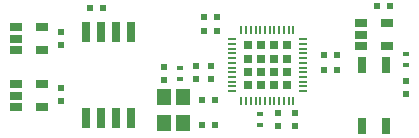
<source format=gbr>
G04 #@! TF.GenerationSoftware,KiCad,Pcbnew,(2017-08-02 revision 9760937)-master*
G04 #@! TF.CreationDate,2017-09-04T14:54:41-05:00*
G04 #@! TF.ProjectId,lofive,6C6F666976652E6B696361645F706362,0*
G04 #@! TF.SameCoordinates,Original*
G04 #@! TF.FileFunction,Paste,Top*
G04 #@! TF.FilePolarity,Positive*
%FSLAX46Y46*%
G04 Gerber Fmt 4.6, Leading zero omitted, Abs format (unit mm)*
G04 Created by KiCad (PCBNEW (2017-08-02 revision 9760937)-master) date Mon Sep  4 14:54:41 2017*
%MOMM*%
%LPD*%
G01*
G04 APERTURE LIST*
%ADD10R,0.500000X0.600000*%
%ADD11R,0.700000X1.450000*%
%ADD12R,0.600000X0.500000*%
%ADD13R,1.060000X0.650000*%
%ADD14R,0.600000X0.400000*%
%ADD15R,0.650000X1.700000*%
%ADD16R,1.200000X1.400000*%
%ADD17R,0.800000X0.200000*%
%ADD18R,0.200000X0.800000*%
%ADD19R,0.667500X0.667500*%
G04 APERTURE END LIST*
D10*
X125232160Y-121984680D03*
X125232160Y-123084680D03*
D11*
X132350000Y-117948000D03*
X132350000Y-123098000D03*
X134350000Y-123098000D03*
X134350000Y-117948000D03*
D12*
X133562000Y-112903000D03*
X134662000Y-112903000D03*
D10*
X136017000Y-119296000D03*
X136017000Y-120396000D03*
D13*
X132216800Y-114406600D03*
X132216800Y-115356600D03*
X132216800Y-116306600D03*
X134416800Y-116306600D03*
X134416800Y-114406600D03*
D14*
X123695460Y-122102460D03*
X123695460Y-123002460D03*
X136017000Y-117925000D03*
X136017000Y-117025000D03*
D10*
X106807000Y-120946000D03*
X106807000Y-119846000D03*
X106807000Y-115147000D03*
X106807000Y-116247000D03*
D13*
X105240000Y-114747000D03*
X105240000Y-116647000D03*
X103040000Y-116647000D03*
X103040000Y-115697000D03*
X103040000Y-114747000D03*
X103040000Y-119573000D03*
X103040000Y-120523000D03*
X103040000Y-121473000D03*
X105240000Y-121473000D03*
X105240000Y-119573000D03*
D12*
X109304060Y-113085580D03*
X110404060Y-113085580D03*
D15*
X108966000Y-122422660D03*
X110236000Y-122422660D03*
X111506000Y-122422660D03*
X112776000Y-122422660D03*
X112776000Y-115122660D03*
X111506000Y-115122660D03*
X110236000Y-115122660D03*
X108966000Y-115122660D03*
D10*
X118275100Y-118045140D03*
X118275100Y-119145140D03*
X126619000Y-123084680D03*
X126619000Y-121984680D03*
D12*
X129063760Y-117079560D03*
X130163760Y-117079560D03*
D10*
X119540020Y-119145140D03*
X119540020Y-118045140D03*
D12*
X129063760Y-118339560D03*
X130163760Y-118339560D03*
X118913820Y-115077240D03*
X120013820Y-115077240D03*
X120013820Y-113830100D03*
X118913820Y-113830100D03*
X118776660Y-120848120D03*
X119876660Y-120848120D03*
D14*
X116890800Y-118168000D03*
X116890800Y-119068000D03*
D16*
X115587880Y-120670140D03*
X115587880Y-122870140D03*
X117187880Y-120670140D03*
X117187880Y-122870140D03*
D12*
X119888680Y-123031920D03*
X118788680Y-123031920D03*
D10*
X115547140Y-119150220D03*
X115547140Y-118050220D03*
D17*
X121299980Y-115734740D03*
X121299980Y-116134740D03*
X121299980Y-116534740D03*
X121299980Y-116934740D03*
X121299980Y-117334740D03*
X121299980Y-117734740D03*
X121299980Y-118134740D03*
X121299980Y-118534740D03*
X121299980Y-118934740D03*
X121299980Y-119334740D03*
X121299980Y-119734740D03*
X121299980Y-120134740D03*
D18*
X122099980Y-120934740D03*
X122499980Y-120934740D03*
X122899980Y-120934740D03*
X123299980Y-120934740D03*
X123699980Y-120934740D03*
X124099980Y-120934740D03*
X124499980Y-120934740D03*
X124899980Y-120934740D03*
X125299980Y-120934740D03*
X125699980Y-120934740D03*
X126099980Y-120934740D03*
X126499980Y-120934740D03*
D17*
X127299980Y-120134740D03*
X127299980Y-119734740D03*
X127299980Y-119334740D03*
X127299980Y-118934740D03*
X127299980Y-118534740D03*
X127299980Y-118134740D03*
X127299980Y-117734740D03*
X127299980Y-117334740D03*
X127299980Y-116934740D03*
X127299980Y-116534740D03*
X127299980Y-116134740D03*
X127299980Y-115734740D03*
D18*
X126499980Y-114934740D03*
X126099980Y-114934740D03*
X125699980Y-114934740D03*
X125299980Y-114934740D03*
X124899980Y-114934740D03*
X124499980Y-114934740D03*
X124099980Y-114934740D03*
X123699980Y-114934740D03*
X123299980Y-114934740D03*
X122899980Y-114934740D03*
X122499980Y-114934740D03*
X122099980Y-114934740D03*
D19*
X125968730Y-119603490D03*
X125968730Y-118490990D03*
X125968730Y-117378490D03*
X125968730Y-116265990D03*
X124856230Y-119603490D03*
X124856230Y-118490990D03*
X124856230Y-117378490D03*
X124856230Y-116265990D03*
X123743730Y-119603490D03*
X123743730Y-118490990D03*
X123743730Y-117378490D03*
X123743730Y-116265990D03*
X122631230Y-119603490D03*
X122631230Y-118490990D03*
X122631230Y-117378490D03*
X122631230Y-116265990D03*
M02*

</source>
